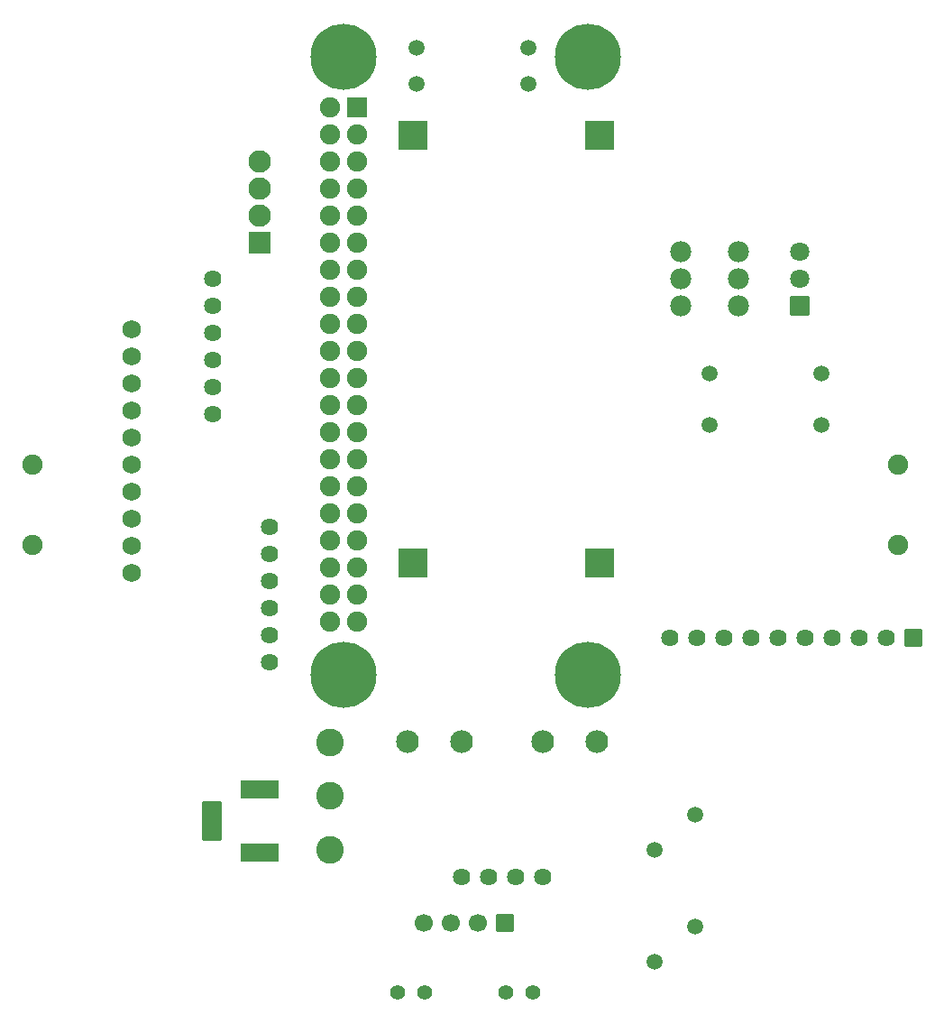
<source format=gbs>
G04 Layer: BottomSolderMaskLayer*
G04 EasyEDA v6.5.40, 2024-07-29 16:52:19*
G04 dde3050a7ee44abca438c5715634e7ed,10*
G04 Gerber Generator version 0.2*
G04 Scale: 100 percent, Rotated: No, Reflected: No *
G04 Dimensions in millimeters *
G04 leading zeros omitted , absolute positions ,4 integer and 5 decimal *
%FSLAX45Y45*%
%MOMM*%

%AMMACRO1*1,1,$1,$2,$3*1,1,$1,$4,$5*1,1,$1,0-$2,0-$3*1,1,$1,0-$4,0-$5*20,1,$1,$2,$3,$4,$5,0*20,1,$1,$4,$5,0-$2,0-$3,0*20,1,$1,0-$2,0-$3,0-$4,0-$5,0*20,1,$1,0-$4,0-$5,$2,$3,0*4,1,4,$2,$3,$4,$5,0-$2,0-$3,0-$4,0-$5,$2,$3,0*%
%ADD10C,1.9016*%
%ADD11C,1.9032*%
%ADD12C,6.2032*%
%ADD13MACRO1,0.2032X-0.8499X0.8499X-0.8499X-0.8499*%
%ADD14C,1.7000*%
%ADD15MACRO1,0.1X-0.8X0.8X0.8X0.8*%
%ADD16C,1.4224*%
%ADD17R,3.6016X1.7016*%
%ADD18MACRO1,0.2032X0.8X1.75X-0.8X1.75*%
%ADD19C,1.7272*%
%ADD20C,1.9812*%
%ADD21MACRO1,0.1016X0.762X0.762X0.762X-0.762*%
%ADD22C,1.6256*%
%ADD23C,1.8016*%
%ADD24MACRO1,0.1016X0.85X-0.85X-0.85X-0.85*%
%ADD25C,1.5016*%
%ADD26C,2.1336*%
%ADD27C,2.1016*%
%ADD28MACRO1,0.1016X1X1X1X-1*%
%ADD29R,2.7032X2.7032*%
%ADD30C,2.6016*%

%LPD*%
D10*
G01*
X4064000Y-379984D03*
G01*
X4064000Y380009D03*
G01*
X-4064000Y-379984D03*
G01*
X-4064000Y380009D03*
D11*
G01*
X-1015263Y-1092758D03*
D12*
G01*
X1154252Y-1596389D03*
G01*
X1154252Y4203700D03*
D11*
G01*
X-1269263Y-1092758D03*
G01*
X-1269263Y-838758D03*
G01*
X-1015263Y-838758D03*
G01*
X-1269263Y-584758D03*
G01*
X-1015263Y-584758D03*
G01*
X-1269263Y-330758D03*
G01*
X-1015263Y-330758D03*
G01*
X-1269263Y-76758D03*
G01*
X-1015263Y-76758D03*
G01*
X-1269263Y177241D03*
G01*
X-1015263Y177241D03*
G01*
X-1269263Y431241D03*
G01*
X-1015263Y431241D03*
G01*
X-1269263Y685241D03*
G01*
X-1015263Y685241D03*
G01*
X-1269263Y939241D03*
G01*
X-1015263Y939241D03*
G01*
X-1269263Y1193241D03*
G01*
X-1015263Y1193241D03*
G01*
X-1269263Y1447241D03*
G01*
X-1015263Y1447266D03*
G01*
X-1269263Y1701241D03*
G01*
X-1015263Y1701241D03*
G01*
X-1269263Y1955241D03*
G01*
X-1015263Y1955241D03*
G01*
X-1269263Y2209241D03*
G01*
X-1015263Y2209266D03*
G01*
X-1269263Y2463241D03*
G01*
X-1015263Y2463241D03*
G01*
X-1269263Y2717241D03*
G01*
X-1015263Y2717241D03*
G01*
X-1269263Y2971241D03*
G01*
X-1015263Y2971241D03*
G01*
X-1269263Y3225241D03*
G01*
X-1015263Y3225241D03*
G01*
X-1269263Y3479241D03*
G01*
X-1015263Y3479241D03*
G01*
X-1269263Y3733241D03*
D13*
G01*
X-1015268Y3733264D03*
D12*
G01*
X-1145743Y4203700D03*
G01*
X-1145743Y-1596389D03*
D14*
G01*
X118008Y-3924300D03*
D15*
G01*
X372008Y-3924300D03*
D14*
G01*
X-135991Y-3924300D03*
G01*
X-389991Y-3924300D03*
D16*
G01*
X635000Y-4572000D03*
G01*
X381000Y-4572000D03*
G01*
X-635000Y-4572000D03*
G01*
X-381000Y-4572000D03*
D17*
G01*
X-1930400Y-2667000D03*
G01*
X-1930400Y-3266998D03*
D18*
G01*
X-2380411Y-2966999D03*
D19*
G01*
X-3136900Y-635000D03*
G01*
X-3136900Y-381000D03*
G01*
X-3136900Y-127000D03*
G01*
X-3136900Y127000D03*
G01*
X-3136900Y381000D03*
G01*
X-3136900Y635000D03*
G01*
X-3136900Y889000D03*
G01*
X-3136900Y1143000D03*
G01*
X-3136900Y1397000D03*
G01*
X-3136900Y1651000D03*
D20*
G01*
X2019300Y1866900D03*
G01*
X2019300Y2120900D03*
G01*
X2019300Y2374900D03*
G01*
X2565400Y1866900D03*
G01*
X2565400Y2120900D03*
G01*
X2565400Y2374900D03*
D21*
G01*
X4203700Y-1244600D03*
D22*
G01*
X3949700Y-1244600D03*
G01*
X3695700Y-1244600D03*
G01*
X3441700Y-1244600D03*
G01*
X3187700Y-1244600D03*
G01*
X2933700Y-1244600D03*
G01*
X2679700Y-1244600D03*
G01*
X2425700Y-1244600D03*
G01*
X2171700Y-1244600D03*
G01*
X1917700Y-1244600D03*
D23*
G01*
X3136900Y2120900D03*
D24*
G01*
X3136898Y1866901D03*
D23*
G01*
X3136900Y2374900D03*
D25*
G01*
X-461492Y4292600D03*
G01*
X588492Y4292600D03*
G01*
X-461492Y3949700D03*
G01*
X588492Y3949700D03*
G01*
X2294407Y749300D03*
G01*
X3344392Y749300D03*
G01*
X3344392Y1231900D03*
G01*
X2294407Y1231900D03*
G01*
X1778000Y-3234207D03*
G01*
X1778000Y-4284192D03*
G01*
X2159000Y-2904007D03*
G01*
X2159000Y-3953992D03*
D22*
G01*
X-1841500Y-1473200D03*
G01*
X-1841500Y-1219200D03*
G01*
X-1841500Y-965200D03*
G01*
X-1841500Y-711200D03*
G01*
X-1841500Y-457200D03*
G01*
X-1841500Y-203200D03*
G01*
X-2374900Y2120900D03*
G01*
X-2374900Y1866900D03*
G01*
X-2374900Y1612900D03*
G01*
X-2374900Y1358900D03*
G01*
X-2374900Y1104900D03*
G01*
X-2374900Y850900D03*
G01*
X-38100Y-3492500D03*
G01*
X215900Y-3492500D03*
G01*
X469900Y-3492500D03*
G01*
X723900Y-3492500D03*
D26*
G01*
X-546100Y-2222500D03*
G01*
X-38100Y-2222500D03*
G01*
X723900Y-2222500D03*
G01*
X1231900Y-2222500D03*
D27*
G01*
X-1930400Y3225800D03*
G01*
X-1930400Y2971800D03*
G01*
X-1930400Y2717800D03*
D28*
G01*
X-1930400Y2463800D03*
D29*
G01*
X1257300Y-546100D03*
G01*
X-495300Y-546100D03*
G01*
X1257300Y3467100D03*
G01*
X-495300Y3467100D03*
D30*
G01*
X-1270000Y-2226513D03*
G01*
X-1270000Y-2730500D03*
G01*
X-1270000Y-3234512D03*
M02*

</source>
